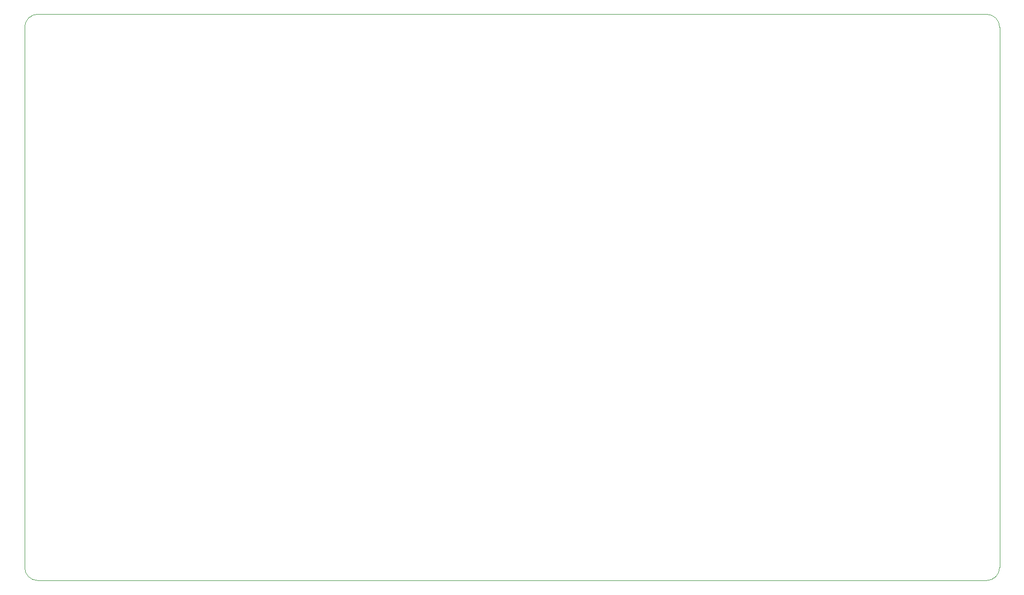
<source format=gbr>
%TF.GenerationSoftware,KiCad,Pcbnew,9.0.5-9.0.5~ubuntu24.04.1*%
%TF.CreationDate,2025-11-03T21:55:38+08:00*%
%TF.ProjectId,TPS,5450532e-6b69-4636-9164-5f7063625858,rev?*%
%TF.SameCoordinates,Original*%
%TF.FileFunction,Profile,NP*%
%FSLAX46Y46*%
G04 Gerber Fmt 4.6, Leading zero omitted, Abs format (unit mm)*
G04 Created by KiCad (PCBNEW 9.0.5-9.0.5~ubuntu24.04.1) date 2025-11-03 21:55:38*
%MOMM*%
%LPD*%
G01*
G04 APERTURE LIST*
%TA.AperFunction,Profile*%
%ADD10C,0.100000*%
%TD*%
G04 APERTURE END LIST*
D10*
X38461000Y-31200000D02*
X38461000Y-122050000D01*
X202425000Y-122050000D02*
X202425000Y-31200000D01*
X200225000Y-29000000D02*
G75*
G02*
X202425000Y-31200000I0J-2200000D01*
G01*
X202425000Y-122050000D02*
G75*
G02*
X200225000Y-124250000I-2200000J0D01*
G01*
X40661000Y-124250000D02*
G75*
G02*
X38461000Y-122050000I0J2200000D01*
G01*
X38461000Y-31200000D02*
G75*
G02*
X40661000Y-29000000I2200000J0D01*
G01*
X40661000Y-29000000D02*
X200225000Y-29000000D01*
X200225000Y-124250000D02*
X40661000Y-124250000D01*
M02*

</source>
